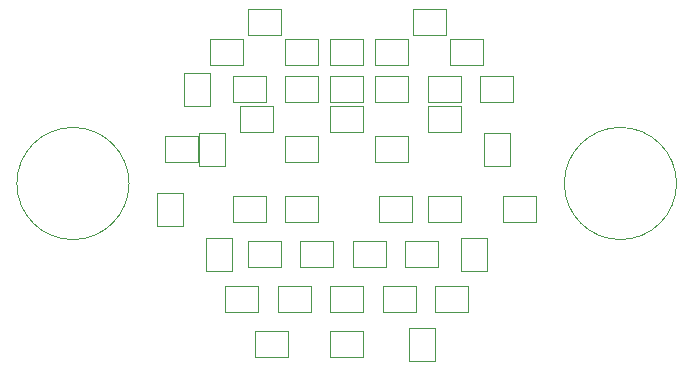
<source format=gbr>
%TF.GenerationSoftware,KiCad,Pcbnew,(5.1.12-1-10_14)*%
%TF.CreationDate,2021-11-28T15:33:12+11:00*%
%TF.ProjectId,dual_needle_gauge,6475616c-5f6e-4656-9564-6c655f676175,rev?*%
%TF.SameCoordinates,Original*%
%TF.FileFunction,Other,User*%
%FSLAX46Y46*%
G04 Gerber Fmt 4.6, Leading zero omitted, Abs format (unit mm)*
G04 Created by KiCad (PCBNEW (5.1.12-1-10_14)) date 2021-11-28 15:33:12*
%MOMM*%
%LPD*%
G01*
G04 APERTURE LIST*
%ADD10C,0.030000*%
%ADD11C,0.050000*%
G04 APERTURE END LIST*
D10*
%TO.C,D42*%
X193752000Y-106508000D02*
X193752000Y-108708000D01*
X190952000Y-108708000D02*
X190952000Y-106508000D01*
X190952000Y-106508000D02*
X193752000Y-106508000D01*
X193752000Y-108708000D02*
X190952000Y-108708000D01*
%TO.C,D41*%
X190577000Y-103968000D02*
X190577000Y-106168000D01*
X187777000Y-106168000D02*
X187777000Y-103968000D01*
X187777000Y-103968000D02*
X190577000Y-103968000D01*
X190577000Y-106168000D02*
X187777000Y-106168000D01*
%TO.C,D40*%
X187402000Y-106508000D02*
X187402000Y-108708000D01*
X184602000Y-108708000D02*
X184602000Y-106508000D01*
X184602000Y-106508000D02*
X187402000Y-106508000D01*
X187402000Y-108708000D02*
X184602000Y-108708000D01*
%TO.C,D39*%
X183592000Y-106508000D02*
X183592000Y-108708000D01*
X180792000Y-108708000D02*
X180792000Y-106508000D01*
X180792000Y-106508000D02*
X183592000Y-106508000D01*
X183592000Y-108708000D02*
X180792000Y-108708000D01*
%TO.C,D38*%
X179782000Y-106508000D02*
X179782000Y-108708000D01*
X176982000Y-108708000D02*
X176982000Y-106508000D01*
X176982000Y-106508000D02*
X179782000Y-106508000D01*
X179782000Y-108708000D02*
X176982000Y-108708000D01*
%TO.C,D37*%
X176607000Y-103968000D02*
X176607000Y-106168000D01*
X173807000Y-106168000D02*
X173807000Y-103968000D01*
X173807000Y-103968000D02*
X176607000Y-103968000D01*
X176607000Y-106168000D02*
X173807000Y-106168000D01*
%TO.C,D36*%
X173432000Y-106508000D02*
X173432000Y-108708000D01*
X170632000Y-108708000D02*
X170632000Y-106508000D01*
X170632000Y-106508000D02*
X173432000Y-106508000D01*
X173432000Y-108708000D02*
X170632000Y-108708000D01*
%TO.C,D35*%
X168392000Y-109383000D02*
X170592000Y-109383000D01*
X170592000Y-112183000D02*
X168392000Y-112183000D01*
X168392000Y-112183000D02*
X168392000Y-109383000D01*
X170592000Y-109383000D02*
X170592000Y-112183000D01*
%TO.C,D34*%
X172537000Y-111883000D02*
X172537000Y-109683000D01*
X175337000Y-109683000D02*
X175337000Y-111883000D01*
X175337000Y-111883000D02*
X172537000Y-111883000D01*
X172537000Y-109683000D02*
X175337000Y-109683000D01*
%TO.C,D33*%
X176982000Y-111883000D02*
X176982000Y-109683000D01*
X179782000Y-109683000D02*
X179782000Y-111883000D01*
X179782000Y-111883000D02*
X176982000Y-111883000D01*
X176982000Y-109683000D02*
X179782000Y-109683000D01*
%TO.C,D32*%
X180792000Y-111883000D02*
X180792000Y-109683000D01*
X183592000Y-109683000D02*
X183592000Y-111883000D01*
X183592000Y-111883000D02*
X180792000Y-111883000D01*
X180792000Y-109683000D02*
X183592000Y-109683000D01*
%TO.C,D31*%
X184602000Y-111883000D02*
X184602000Y-109683000D01*
X187402000Y-109683000D02*
X187402000Y-111883000D01*
X187402000Y-111883000D02*
X184602000Y-111883000D01*
X184602000Y-109683000D02*
X187402000Y-109683000D01*
%TO.C,D30*%
X189047000Y-111883000D02*
X189047000Y-109683000D01*
X191847000Y-109683000D02*
X191847000Y-111883000D01*
X191847000Y-111883000D02*
X189047000Y-111883000D01*
X189047000Y-109683000D02*
X191847000Y-109683000D01*
%TO.C,D29*%
X193492000Y-111883000D02*
X193492000Y-109683000D01*
X196292000Y-109683000D02*
X196292000Y-111883000D01*
X196292000Y-111883000D02*
X193492000Y-111883000D01*
X193492000Y-109683000D02*
X196292000Y-109683000D01*
%TO.C,D28*%
X193792000Y-114463000D02*
X195992000Y-114463000D01*
X195992000Y-117263000D02*
X193792000Y-117263000D01*
X193792000Y-117263000D02*
X193792000Y-114463000D01*
X195992000Y-114463000D02*
X195992000Y-117263000D01*
%TO.C,D27*%
X191847000Y-112223000D02*
X191847000Y-114423000D01*
X189047000Y-114423000D02*
X189047000Y-112223000D01*
X189047000Y-112223000D02*
X191847000Y-112223000D01*
X191847000Y-114423000D02*
X189047000Y-114423000D01*
%TO.C,D26*%
X187402000Y-114763000D02*
X187402000Y-116963000D01*
X184602000Y-116963000D02*
X184602000Y-114763000D01*
X184602000Y-114763000D02*
X187402000Y-114763000D01*
X187402000Y-116963000D02*
X184602000Y-116963000D01*
%TO.C,D25*%
X183592000Y-112223000D02*
X183592000Y-114423000D01*
X180792000Y-114423000D02*
X180792000Y-112223000D01*
X180792000Y-112223000D02*
X183592000Y-112223000D01*
X183592000Y-114423000D02*
X180792000Y-114423000D01*
%TO.C,D24*%
X179782000Y-114763000D02*
X179782000Y-116963000D01*
X176982000Y-116963000D02*
X176982000Y-114763000D01*
X176982000Y-114763000D02*
X179782000Y-114763000D01*
X179782000Y-116963000D02*
X176982000Y-116963000D01*
%TO.C,D23*%
X175972000Y-112223000D02*
X175972000Y-114423000D01*
X173172000Y-114423000D02*
X173172000Y-112223000D01*
X173172000Y-112223000D02*
X175972000Y-112223000D01*
X175972000Y-114423000D02*
X173172000Y-114423000D01*
%TO.C,D22*%
X169662000Y-114463000D02*
X171862000Y-114463000D01*
X171862000Y-117263000D02*
X169662000Y-117263000D01*
X169662000Y-117263000D02*
X169662000Y-114463000D01*
X171862000Y-114463000D02*
X171862000Y-117263000D01*
%TO.C,D21*%
X169622000Y-114763000D02*
X169622000Y-116963000D01*
X166822000Y-116963000D02*
X166822000Y-114763000D01*
X166822000Y-114763000D02*
X169622000Y-114763000D01*
X169622000Y-116963000D02*
X166822000Y-116963000D01*
%TO.C,D20*%
X166169000Y-119543000D02*
X168369000Y-119543000D01*
X168369000Y-122343000D02*
X166169000Y-122343000D01*
X166169000Y-122343000D02*
X166169000Y-119543000D01*
X168369000Y-119543000D02*
X168369000Y-122343000D01*
%TO.C,D19*%
X172537000Y-122043000D02*
X172537000Y-119843000D01*
X175337000Y-119843000D02*
X175337000Y-122043000D01*
X175337000Y-122043000D02*
X172537000Y-122043000D01*
X172537000Y-119843000D02*
X175337000Y-119843000D01*
%TO.C,D18*%
X176982000Y-122043000D02*
X176982000Y-119843000D01*
X179782000Y-119843000D02*
X179782000Y-122043000D01*
X179782000Y-122043000D02*
X176982000Y-122043000D01*
X176982000Y-119843000D02*
X179782000Y-119843000D01*
%TO.C,D17*%
X184919000Y-122043000D02*
X184919000Y-119843000D01*
X187719000Y-119843000D02*
X187719000Y-122043000D01*
X187719000Y-122043000D02*
X184919000Y-122043000D01*
X184919000Y-119843000D02*
X187719000Y-119843000D01*
%TO.C,D16*%
X189047000Y-122043000D02*
X189047000Y-119843000D01*
X191847000Y-119843000D02*
X191847000Y-122043000D01*
X191847000Y-122043000D02*
X189047000Y-122043000D01*
X189047000Y-119843000D02*
X191847000Y-119843000D01*
%TO.C,D15*%
X195397000Y-122043000D02*
X195397000Y-119843000D01*
X198197000Y-119843000D02*
X198197000Y-122043000D01*
X198197000Y-122043000D02*
X195397000Y-122043000D01*
X195397000Y-119843000D02*
X198197000Y-119843000D01*
%TO.C,D14*%
X191887000Y-123353000D02*
X194087000Y-123353000D01*
X194087000Y-126153000D02*
X191887000Y-126153000D01*
X191887000Y-126153000D02*
X191887000Y-123353000D01*
X194087000Y-123353000D02*
X194087000Y-126153000D01*
%TO.C,D13*%
X189942000Y-123653000D02*
X189942000Y-125853000D01*
X187142000Y-125853000D02*
X187142000Y-123653000D01*
X187142000Y-123653000D02*
X189942000Y-123653000D01*
X189942000Y-125853000D02*
X187142000Y-125853000D01*
%TO.C,D12*%
X185497000Y-123653000D02*
X185497000Y-125853000D01*
X182697000Y-125853000D02*
X182697000Y-123653000D01*
X182697000Y-123653000D02*
X185497000Y-123653000D01*
X185497000Y-125853000D02*
X182697000Y-125853000D01*
%TO.C,D11*%
X181052000Y-123653000D02*
X181052000Y-125853000D01*
X178252000Y-125853000D02*
X178252000Y-123653000D01*
X178252000Y-123653000D02*
X181052000Y-123653000D01*
X181052000Y-125853000D02*
X178252000Y-125853000D01*
%TO.C,D10*%
X176607000Y-123653000D02*
X176607000Y-125853000D01*
X173807000Y-125853000D02*
X173807000Y-123653000D01*
X173807000Y-123653000D02*
X176607000Y-123653000D01*
X176607000Y-125853000D02*
X173807000Y-125853000D01*
%TO.C,D9*%
X170297000Y-123353000D02*
X172497000Y-123353000D01*
X172497000Y-126153000D02*
X170297000Y-126153000D01*
X170297000Y-126153000D02*
X170297000Y-123353000D01*
X172497000Y-123353000D02*
X172497000Y-126153000D01*
%TO.C,D8*%
X171902000Y-129663000D02*
X171902000Y-127463000D01*
X174702000Y-127463000D02*
X174702000Y-129663000D01*
X174702000Y-129663000D02*
X171902000Y-129663000D01*
X171902000Y-127463000D02*
X174702000Y-127463000D01*
%TO.C,D7*%
X176347000Y-129663000D02*
X176347000Y-127463000D01*
X179147000Y-127463000D02*
X179147000Y-129663000D01*
X179147000Y-129663000D02*
X176347000Y-129663000D01*
X176347000Y-127463000D02*
X179147000Y-127463000D01*
%TO.C,D6*%
X180792000Y-129663000D02*
X180792000Y-127463000D01*
X183592000Y-127463000D02*
X183592000Y-129663000D01*
X183592000Y-129663000D02*
X180792000Y-129663000D01*
X180792000Y-127463000D02*
X183592000Y-127463000D01*
%TO.C,D5*%
X185237000Y-129663000D02*
X185237000Y-127463000D01*
X188037000Y-127463000D02*
X188037000Y-129663000D01*
X188037000Y-129663000D02*
X185237000Y-129663000D01*
X185237000Y-127463000D02*
X188037000Y-127463000D01*
%TO.C,D4*%
X189682000Y-129663000D02*
X189682000Y-127463000D01*
X192482000Y-127463000D02*
X192482000Y-129663000D01*
X192482000Y-129663000D02*
X189682000Y-129663000D01*
X189682000Y-127463000D02*
X192482000Y-127463000D01*
%TO.C,D3*%
X187442000Y-130973000D02*
X189642000Y-130973000D01*
X189642000Y-133773000D02*
X187442000Y-133773000D01*
X187442000Y-133773000D02*
X187442000Y-130973000D01*
X189642000Y-130973000D02*
X189642000Y-133773000D01*
%TO.C,D2*%
X183592000Y-131273000D02*
X183592000Y-133473000D01*
X180792000Y-133473000D02*
X180792000Y-131273000D01*
X180792000Y-131273000D02*
X183592000Y-131273000D01*
X183592000Y-133473000D02*
X180792000Y-133473000D01*
%TO.C,D1*%
X177242000Y-131273000D02*
X177242000Y-133473000D01*
X174442000Y-133473000D02*
X174442000Y-131273000D01*
X174442000Y-131273000D02*
X177242000Y-131273000D01*
X177242000Y-133473000D02*
X174442000Y-133473000D01*
D11*
%TO.C,H2*%
X210119000Y-118743000D02*
G75*
G03*
X210119000Y-118743000I-4750000J0D01*
G01*
%TO.C,H1*%
X163764000Y-118743000D02*
G75*
G03*
X163764000Y-118743000I-4750000J0D01*
G01*
%TD*%
M02*

</source>
